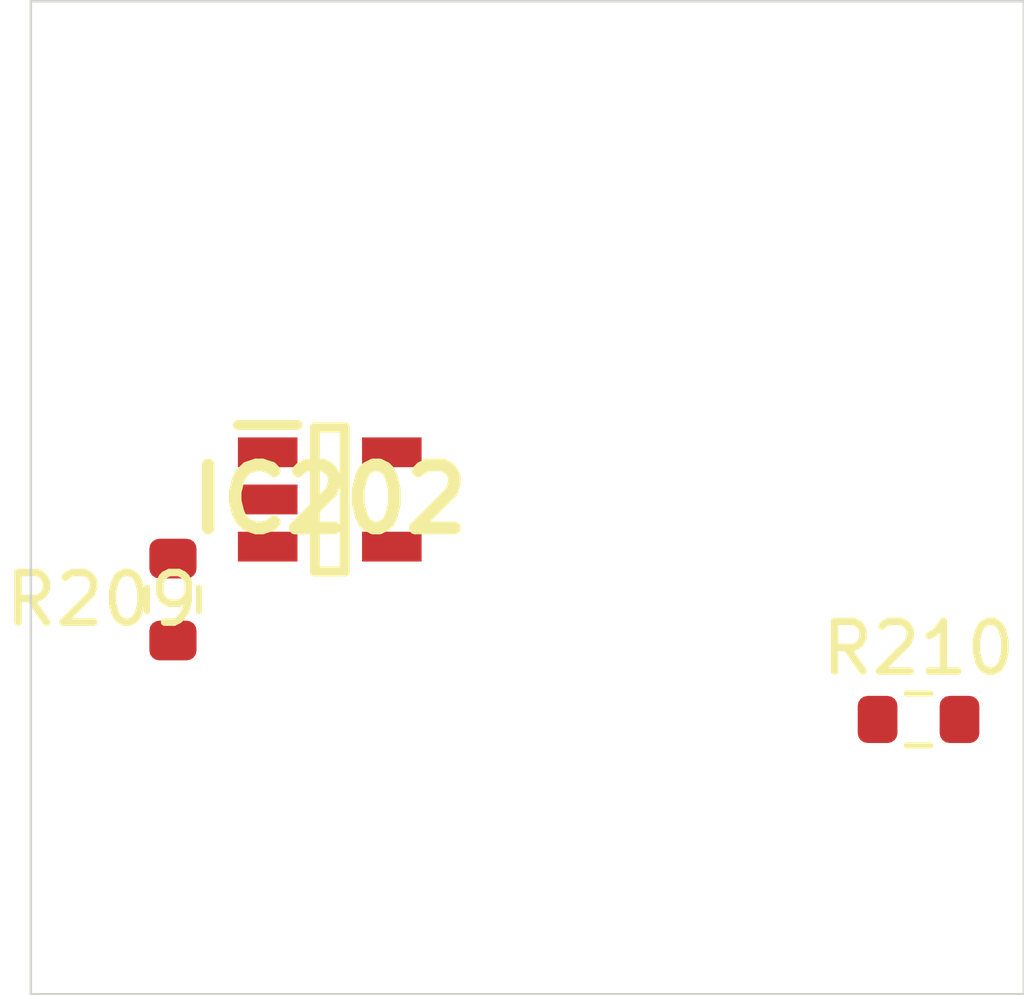
<source format=kicad_pcb>
 ( kicad_pcb  ( version 20171130 )
 ( host pcbnew 5.1.12-84ad8e8a86~92~ubuntu18.04.1 )
 ( general  ( thickness 1.6 )
 ( drawings 4 )
 ( tracks 0 )
 ( zones 0 )
 ( modules 3 )
 ( nets 5 )
)
 ( page A4 )
 ( layers  ( 0 F.Cu signal )
 ( 31 B.Cu signal )
 ( 32 B.Adhes user )
 ( 33 F.Adhes user )
 ( 34 B.Paste user )
 ( 35 F.Paste user )
 ( 36 B.SilkS user )
 ( 37 F.SilkS user )
 ( 38 B.Mask user )
 ( 39 F.Mask user )
 ( 40 Dwgs.User user )
 ( 41 Cmts.User user )
 ( 42 Eco1.User user )
 ( 43 Eco2.User user )
 ( 44 Edge.Cuts user )
 ( 45 Margin user )
 ( 46 B.CrtYd user )
 ( 47 F.CrtYd user )
 ( 48 B.Fab user )
 ( 49 F.Fab user )
)
 ( setup  ( last_trace_width 0.25 )
 ( trace_clearance 0.2 )
 ( zone_clearance 0.508 )
 ( zone_45_only no )
 ( trace_min 0.2 )
 ( via_size 0.8 )
 ( via_drill 0.4 )
 ( via_min_size 0.4 )
 ( via_min_drill 0.3 )
 ( uvia_size 0.3 )
 ( uvia_drill 0.1 )
 ( uvias_allowed no )
 ( uvia_min_size 0.2 )
 ( uvia_min_drill 0.1 )
 ( edge_width 0.05 )
 ( segment_width 0.2 )
 ( pcb_text_width 0.3 )
 ( pcb_text_size 1.5 1.5 )
 ( mod_edge_width 0.12 )
 ( mod_text_size 1 1 )
 ( mod_text_width 0.15 )
 ( pad_size 1.524 1.524 )
 ( pad_drill 0.762 )
 ( pad_to_mask_clearance 0 )
 ( aux_axis_origin 0 0 )
 ( visible_elements FFFFFF7F )
 ( pcbplotparams  ( layerselection 0x010fc_ffffffff )
 ( usegerberextensions false )
 ( usegerberattributes true )
 ( usegerberadvancedattributes true )
 ( creategerberjobfile true )
 ( excludeedgelayer true )
 ( linewidth 0.100000 )
 ( plotframeref false )
 ( viasonmask false )
 ( mode 1 )
 ( useauxorigin false )
 ( hpglpennumber 1 )
 ( hpglpenspeed 20 )
 ( hpglpendiameter 15.000000 )
 ( psnegative false )
 ( psa4output false )
 ( plotreference true )
 ( plotvalue true )
 ( plotinvisibletext false )
 ( padsonsilk false )
 ( subtractmaskfromsilk false )
 ( outputformat 1 )
 ( mirror false )
 ( drillshape 1 )
 ( scaleselection 1 )
 ( outputdirectory "" )
)
)
 ( net 0 "" )
 ( net 1 GND )
 ( net 2 VDDA )
 ( net 3 /Sheet6235D886/vp )
 ( net 4 "Net-(IC202-Pad3)" )
 ( net_class Default "This is the default net class."  ( clearance 0.2 )
 ( trace_width 0.25 )
 ( via_dia 0.8 )
 ( via_drill 0.4 )
 ( uvia_dia 0.3 )
 ( uvia_drill 0.1 )
 ( add_net /Sheet6235D886/vp )
 ( add_net GND )
 ( add_net "Net-(IC202-Pad3)" )
 ( add_net VDDA )
)
 ( module SOT95P280X145-5N locked  ( layer F.Cu )
 ( tedit 62336ED7 )
 ( tstamp 623423ED )
 ( at 86.020900 110.035000 )
 ( descr DBV0005A )
 ( tags "Integrated Circuit" )
 ( path /6235D887/6266C08E )
 ( attr smd )
 ( fp_text reference IC202  ( at 0 0 )
 ( layer F.SilkS )
 ( effects  ( font  ( size 1.27 1.27 )
 ( thickness 0.254 )
)
)
)
 ( fp_text value TL071HIDBVR  ( at 0 0 )
 ( layer F.SilkS )
hide  ( effects  ( font  ( size 1.27 1.27 )
 ( thickness 0.254 )
)
)
)
 ( fp_line  ( start -1.85 -1.5 )
 ( end -0.65 -1.5 )
 ( layer F.SilkS )
 ( width 0.2 )
)
 ( fp_line  ( start -0.3 1.45 )
 ( end -0.3 -1.45 )
 ( layer F.SilkS )
 ( width 0.2 )
)
 ( fp_line  ( start 0.3 1.45 )
 ( end -0.3 1.45 )
 ( layer F.SilkS )
 ( width 0.2 )
)
 ( fp_line  ( start 0.3 -1.45 )
 ( end 0.3 1.45 )
 ( layer F.SilkS )
 ( width 0.2 )
)
 ( fp_line  ( start -0.3 -1.45 )
 ( end 0.3 -1.45 )
 ( layer F.SilkS )
 ( width 0.2 )
)
 ( fp_line  ( start -0.8 -0.5 )
 ( end 0.15 -1.45 )
 ( layer Dwgs.User )
 ( width 0.1 )
)
 ( fp_line  ( start -0.8 1.45 )
 ( end -0.8 -1.45 )
 ( layer Dwgs.User )
 ( width 0.1 )
)
 ( fp_line  ( start 0.8 1.45 )
 ( end -0.8 1.45 )
 ( layer Dwgs.User )
 ( width 0.1 )
)
 ( fp_line  ( start 0.8 -1.45 )
 ( end 0.8 1.45 )
 ( layer Dwgs.User )
 ( width 0.1 )
)
 ( fp_line  ( start -0.8 -1.45 )
 ( end 0.8 -1.45 )
 ( layer Dwgs.User )
 ( width 0.1 )
)
 ( fp_line  ( start -2.1 1.775 )
 ( end -2.1 -1.775 )
 ( layer Dwgs.User )
 ( width 0.05 )
)
 ( fp_line  ( start 2.1 1.775 )
 ( end -2.1 1.775 )
 ( layer Dwgs.User )
 ( width 0.05 )
)
 ( fp_line  ( start 2.1 -1.775 )
 ( end 2.1 1.775 )
 ( layer Dwgs.User )
 ( width 0.05 )
)
 ( fp_line  ( start -2.1 -1.775 )
 ( end 2.1 -1.775 )
 ( layer Dwgs.User )
 ( width 0.05 )
)
 ( pad 1 smd rect  ( at -1.25 -0.95 90.000000 )
 ( size 0.6 1.2 )
 ( layers F.Cu F.Mask F.Paste )
 ( net 3 /Sheet6235D886/vp )
)
 ( pad 2 smd rect  ( at -1.25 0 90.000000 )
 ( size 0.6 1.2 )
 ( layers F.Cu F.Mask F.Paste )
 ( net 1 GND )
)
 ( pad 3 smd rect  ( at -1.25 0.95 90.000000 )
 ( size 0.6 1.2 )
 ( layers F.Cu F.Mask F.Paste )
 ( net 4 "Net-(IC202-Pad3)" )
)
 ( pad 4 smd rect  ( at 1.25 0.95 90.000000 )
 ( size 0.6 1.2 )
 ( layers F.Cu F.Mask F.Paste )
 ( net 3 /Sheet6235D886/vp )
)
 ( pad 5 smd rect  ( at 1.25 -0.95 90.000000 )
 ( size 0.6 1.2 )
 ( layers F.Cu F.Mask F.Paste )
 ( net 2 VDDA )
)
)
 ( module Resistor_SMD:R_0603_1608Metric  ( layer F.Cu )
 ( tedit 5F68FEEE )
 ( tstamp 62342595 )
 ( at 82.862700 112.051000 90.000000 )
 ( descr "Resistor SMD 0603 (1608 Metric), square (rectangular) end terminal, IPC_7351 nominal, (Body size source: IPC-SM-782 page 72, https://www.pcb-3d.com/wordpress/wp-content/uploads/ipc-sm-782a_amendment_1_and_2.pdf), generated with kicad-footprint-generator" )
 ( tags resistor )
 ( path /6235D887/623CDBD9 )
 ( attr smd )
 ( fp_text reference R209  ( at 0 -1.43 )
 ( layer F.SilkS )
 ( effects  ( font  ( size 1 1 )
 ( thickness 0.15 )
)
)
)
 ( fp_text value 100k  ( at 0 1.43 )
 ( layer F.Fab )
 ( effects  ( font  ( size 1 1 )
 ( thickness 0.15 )
)
)
)
 ( fp_line  ( start -0.8 0.4125 )
 ( end -0.8 -0.4125 )
 ( layer F.Fab )
 ( width 0.1 )
)
 ( fp_line  ( start -0.8 -0.4125 )
 ( end 0.8 -0.4125 )
 ( layer F.Fab )
 ( width 0.1 )
)
 ( fp_line  ( start 0.8 -0.4125 )
 ( end 0.8 0.4125 )
 ( layer F.Fab )
 ( width 0.1 )
)
 ( fp_line  ( start 0.8 0.4125 )
 ( end -0.8 0.4125 )
 ( layer F.Fab )
 ( width 0.1 )
)
 ( fp_line  ( start -0.237258 -0.5225 )
 ( end 0.237258 -0.5225 )
 ( layer F.SilkS )
 ( width 0.12 )
)
 ( fp_line  ( start -0.237258 0.5225 )
 ( end 0.237258 0.5225 )
 ( layer F.SilkS )
 ( width 0.12 )
)
 ( fp_line  ( start -1.48 0.73 )
 ( end -1.48 -0.73 )
 ( layer F.CrtYd )
 ( width 0.05 )
)
 ( fp_line  ( start -1.48 -0.73 )
 ( end 1.48 -0.73 )
 ( layer F.CrtYd )
 ( width 0.05 )
)
 ( fp_line  ( start 1.48 -0.73 )
 ( end 1.48 0.73 )
 ( layer F.CrtYd )
 ( width 0.05 )
)
 ( fp_line  ( start 1.48 0.73 )
 ( end -1.48 0.73 )
 ( layer F.CrtYd )
 ( width 0.05 )
)
 ( fp_text user %R  ( at 0 0 )
 ( layer F.Fab )
 ( effects  ( font  ( size 0.4 0.4 )
 ( thickness 0.06 )
)
)
)
 ( pad 1 smd roundrect  ( at -0.825 0 90.000000 )
 ( size 0.8 0.95 )
 ( layers F.Cu F.Mask F.Paste )
 ( roundrect_rratio 0.25 )
 ( net 2 VDDA )
)
 ( pad 2 smd roundrect  ( at 0.825 0 90.000000 )
 ( size 0.8 0.95 )
 ( layers F.Cu F.Mask F.Paste )
 ( roundrect_rratio 0.25 )
 ( net 4 "Net-(IC202-Pad3)" )
)
 ( model ${KISYS3DMOD}/Resistor_SMD.3dshapes/R_0603_1608Metric.wrl  ( at  ( xyz 0 0 0 )
)
 ( scale  ( xyz 1 1 1 )
)
 ( rotate  ( xyz 0 0 0 )
)
)
)
 ( module Resistor_SMD:R_0603_1608Metric  ( layer F.Cu )
 ( tedit 5F68FEEE )
 ( tstamp 623425A6 )
 ( at 97.879900 114.466000 )
 ( descr "Resistor SMD 0603 (1608 Metric), square (rectangular) end terminal, IPC_7351 nominal, (Body size source: IPC-SM-782 page 72, https://www.pcb-3d.com/wordpress/wp-content/uploads/ipc-sm-782a_amendment_1_and_2.pdf), generated with kicad-footprint-generator" )
 ( tags resistor )
 ( path /6235D887/623CDBDF )
 ( attr smd )
 ( fp_text reference R210  ( at 0 -1.43 )
 ( layer F.SilkS )
 ( effects  ( font  ( size 1 1 )
 ( thickness 0.15 )
)
)
)
 ( fp_text value 100k  ( at 0 1.43 )
 ( layer F.Fab )
 ( effects  ( font  ( size 1 1 )
 ( thickness 0.15 )
)
)
)
 ( fp_line  ( start 1.48 0.73 )
 ( end -1.48 0.73 )
 ( layer F.CrtYd )
 ( width 0.05 )
)
 ( fp_line  ( start 1.48 -0.73 )
 ( end 1.48 0.73 )
 ( layer F.CrtYd )
 ( width 0.05 )
)
 ( fp_line  ( start -1.48 -0.73 )
 ( end 1.48 -0.73 )
 ( layer F.CrtYd )
 ( width 0.05 )
)
 ( fp_line  ( start -1.48 0.73 )
 ( end -1.48 -0.73 )
 ( layer F.CrtYd )
 ( width 0.05 )
)
 ( fp_line  ( start -0.237258 0.5225 )
 ( end 0.237258 0.5225 )
 ( layer F.SilkS )
 ( width 0.12 )
)
 ( fp_line  ( start -0.237258 -0.5225 )
 ( end 0.237258 -0.5225 )
 ( layer F.SilkS )
 ( width 0.12 )
)
 ( fp_line  ( start 0.8 0.4125 )
 ( end -0.8 0.4125 )
 ( layer F.Fab )
 ( width 0.1 )
)
 ( fp_line  ( start 0.8 -0.4125 )
 ( end 0.8 0.4125 )
 ( layer F.Fab )
 ( width 0.1 )
)
 ( fp_line  ( start -0.8 -0.4125 )
 ( end 0.8 -0.4125 )
 ( layer F.Fab )
 ( width 0.1 )
)
 ( fp_line  ( start -0.8 0.4125 )
 ( end -0.8 -0.4125 )
 ( layer F.Fab )
 ( width 0.1 )
)
 ( fp_text user %R  ( at 0 0 )
 ( layer F.Fab )
 ( effects  ( font  ( size 0.4 0.4 )
 ( thickness 0.06 )
)
)
)
 ( pad 2 smd roundrect  ( at 0.825 0 )
 ( size 0.8 0.95 )
 ( layers F.Cu F.Mask F.Paste )
 ( roundrect_rratio 0.25 )
 ( net 1 GND )
)
 ( pad 1 smd roundrect  ( at -0.825 0 )
 ( size 0.8 0.95 )
 ( layers F.Cu F.Mask F.Paste )
 ( roundrect_rratio 0.25 )
 ( net 4 "Net-(IC202-Pad3)" )
)
 ( model ${KISYS3DMOD}/Resistor_SMD.3dshapes/R_0603_1608Metric.wrl  ( at  ( xyz 0 0 0 )
)
 ( scale  ( xyz 1 1 1 )
)
 ( rotate  ( xyz 0 0 0 )
)
)
)
 ( gr_line  ( start 100 100 )
 ( end 100 120 )
 ( layer Edge.Cuts )
 ( width 0.05 )
 ( tstamp 62E770C4 )
)
 ( gr_line  ( start 80 120 )
 ( end 100 120 )
 ( layer Edge.Cuts )
 ( width 0.05 )
 ( tstamp 62E770C0 )
)
 ( gr_line  ( start 80 100 )
 ( end 100 100 )
 ( layer Edge.Cuts )
 ( width 0.05 )
 ( tstamp 6234110C )
)
 ( gr_line  ( start 80 100 )
 ( end 80 120 )
 ( layer Edge.Cuts )
 ( width 0.05 )
)
)

</source>
